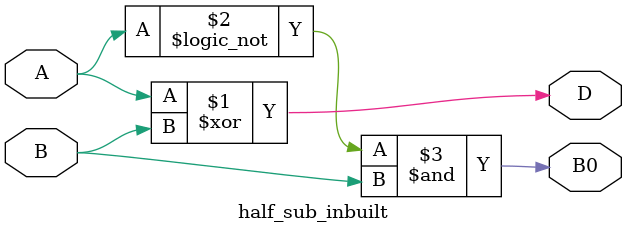
<source format=v>
`timescale 1ns / 1ps


module half_sub_inbuilt(input A,
    input B,
    output D, 
    output B0
    );
//    assign D=A^B;
//    assign B0=!A&&B;
    xor(D,A,B);
    and(B0,!A,B);
endmodule

</source>
